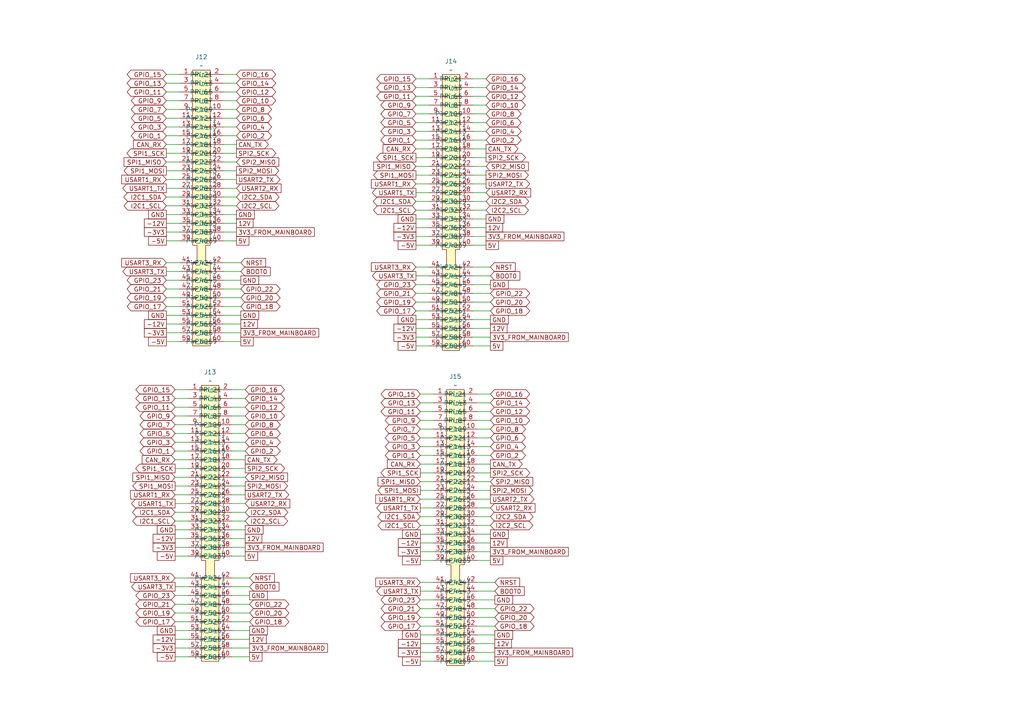
<source format=kicad_sch>
(kicad_sch (version 20250114) (generator "eeschema") (generator_version "9.0")
  (paper "A4")
  (lib_symbols
    (symbol "HardwareDataLogger:ExtenionCardConnector"
      (property "Reference" "J" (at 0 0 0))
      (symbol "ExtenionCardConnector_1_1"
        (polyline (pts (xy -2.54 -2.54) (xy 2.54 -2.54) (xy 2.54 -53.34) (xy 1.27 -53.34) (xy 1.27 -58.42) (xy 2.54 -58.42) (xy 2.54 -82.55) (xy -2.54 -82.55) (xy -2.54 -58.42) (xy -1.27 -58.42) (xy -1.27 -53.34) (xy -2.54 -53.34) (xy -2.54 -2.54)) (fill (type background)))
        (rectangle (start -2.54 -3.683) (end -1.27 -3.937) (stroke (width 0.1524)))
        (rectangle (start -2.54 -6.223) (end -1.27 -6.477) (stroke (width 0.1524)))
        (rectangle (start -2.54 -8.763) (end -1.27 -9.017) (stroke (width 0.1524)))
        (rectangle (start -2.54 -11.303) (end -1.27 -11.557) (stroke (width 0.1524)))
        (rectangle (start -2.54 -13.843) (end -1.27 -14.097) (stroke (width 0.1524)))
        (rectangle (start -2.54 -16.383) (end -1.27 -16.637) (stroke (width 0.1524)))
        (rectangle (start -2.54 -18.923) (end -1.27 -19.177) (stroke (width 0.1524)))
        (rectangle (start -2.54 -21.463) (end -1.27 -21.717) (stroke (width 0.1524)))
        (rectangle (start -2.54 -24.003) (end -1.27 -24.257) (stroke (width 0.1524)))
        (rectangle (start -2.54 -26.543) (end -1.27 -26.797) (stroke (width 0.1524)))
        (rectangle (start -2.54 -29.083) (end -1.27 -29.337) (stroke (width 0.1524)))
        (rectangle (start -2.54 -31.623) (end -1.27 -31.877) (stroke (width 0.1524)))
        (rectangle (start -2.54 -34.163) (end -1.27 -34.417) (stroke (width 0.1524)))
        (rectangle (start -2.54 -36.703) (end -1.27 -36.957) (stroke (width 0.1524)))
        (rectangle (start -2.54 -39.243) (end -1.27 -39.497) (stroke (width 0.1524)))
        (rectangle (start -2.54 -41.783) (end -1.27 -42.037) (stroke (width 0.1524)))
        (rectangle (start -2.54 -44.323) (end -1.27 -44.577) (stroke (width 0.1524)))
        (rectangle (start -2.54 -46.863) (end -1.27 -47.117) (stroke (width 0.1524)))
        (rectangle (start -2.54 -49.403) (end -1.27 -49.657) (stroke (width 0.1524)))
        (rectangle (start -2.54 -51.943) (end -1.27 -52.197) (stroke (width 0.1524)))
        (rectangle (start -2.54 -58.293) (end -1.27 -58.547) (stroke (width 0.1524)))
        (rectangle (start -2.54 -60.833) (end -1.27 -61.087) (stroke (width 0.1524)))
        (rectangle (start -2.54 -63.373) (end -1.27 -63.627) (stroke (width 0.1524)))
        (rectangle (start -2.54 -65.913) (end -1.27 -66.167) (stroke (width 0.1524)))
        (rectangle (start -2.54 -68.453) (end -1.27 -68.707) (stroke (width 0.1524)))
        (rectangle (start -2.54 -70.993) (end -1.27 -71.247) (stroke (width 0.1524)))
        (rectangle (start -2.54 -73.533) (end -1.27 -73.787) (stroke (width 0.1524)))
        (rectangle (start -2.54 -76.073) (end -1.27 -76.327) (stroke (width 0.1524)))
        (rectangle (start -2.54 -78.613) (end -1.27 -78.867) (stroke (width 0.1524)))
        (rectangle (start -2.54 -81.153) (end -1.27 -81.407) (stroke (width 0.1524)))
        (rectangle (start 2.54 -3.683) (end 1.27 -3.937) (stroke (width 0.1524)))
        (rectangle (start 2.54 -6.223) (end 1.27 -6.477) (stroke (width 0.1524)))
        (rectangle (start 2.54 -8.763) (end 1.27 -9.017) (stroke (width 0.1524)))
        (rectangle (start 2.54 -11.303) (end 1.27 -11.557) (stroke (width 0.1524)))
        (rectangle (start 2.54 -13.843) (end 1.27 -14.097) (stroke (width 0.1524)))
        (rectangle (start 2.54 -16.383) (end 1.27 -16.637) (stroke (width 0.1524)))
        (rectangle (start 2.54 -18.923) (end 1.27 -19.177) (stroke (width 0.1524)))
        (rectangle (start 2.54 -21.463) (end 1.27 -21.717) (stroke (width 0.1524)))
        (rectangle (start 2.54 -24.003) (end 1.27 -24.257) (stroke (width 0.1524)))
        (rectangle (start 2.54 -26.543) (end 1.27 -26.797) (stroke (width 0.1524)))
        (rectangle (start 2.54 -29.083) (end 1.27 -29.337) (stroke (width 0.1524)))
        (rectangle (start 2.54 -31.623) (end 1.27 -31.877) (stroke (width 0.1524)))
        (rectangle (start 2.54 -34.163) (end 1.27 -34.417) (stroke (width 0.1524)))
        (rectangle (start 2.54 -36.703) (end 1.27 -36.957) (stroke (width 0.1524)))
        (rectangle (start 2.54 -39.243) (end 1.27 -39.497) (stroke (width 0.1524)))
        (rectangle (start 2.54 -41.783) (end 1.27 -42.037) (stroke (width 0.1524)))
        (rectangle (start 2.54 -44.323) (end 1.27 -44.577) (stroke (width 0.1524)))
        (rectangle (start 2.54 -46.863) (end 1.27 -47.117) (stroke (width 0.1524)))
        (rectangle (start 2.54 -49.403) (end 1.27 -49.657) (stroke (width 0.1524)))
        (rectangle (start 2.54 -51.943) (end 1.27 -52.197) (stroke (width 0.1524)))
        (rectangle (start 2.54 -58.293) (end 1.27 -58.547) (stroke (width 0.1524)))
        (rectangle (start 2.54 -60.833) (end 1.27 -61.087) (stroke (width 0.1524)))
        (rectangle (start 2.54 -63.373) (end 1.27 -63.627) (stroke (width 0.1524)))
        (rectangle (start 2.54 -65.913) (end 1.27 -66.167) (stroke (width 0.1524)))
        (rectangle (start 2.54 -68.453) (end 1.27 -68.707) (stroke (width 0.1524)))
        (rectangle (start 2.54 -70.993) (end 1.27 -71.247) (stroke (width 0.1524)))
        (rectangle (start 2.54 -73.533) (end 1.27 -73.787) (stroke (width 0.1524)))
        (rectangle (start 2.54 -76.073) (end 1.27 -76.327) (stroke (width 0.1524)))
        (rectangle (start 2.54 -78.613) (end 1.27 -78.867) (stroke (width 0.1524)))
        (rectangle (start 2.54 -81.153) (end 1.27 -81.407) (stroke (width 0.1524)))
        (pin passive line (at -6.35 -3.81 0) (length 3.81) (name "Pin_1") (number "1"))
        (pin passive line (at -6.35 -6.35 0) (length 3.81) (name "Pin_3") (number "3"))
        (pin passive line (at -6.35 -8.89 0) (length 3.81) (name "Pin_5") (number "5"))
        (pin passive line (at -6.35 -11.43 0) (length 3.81) (name "Pin_7") (number "7"))
        (pin passive line (at -6.35 -13.97 0) (length 3.81) (name "Pin_9") (number "9"))
        (pin passive line (at -6.35 -16.51 0) (length 3.81) (name "Pin_11") (number "11"))
        (pin passive line (at -6.35 -19.05 0) (length 3.81) (name "Pin_13") (number "13"))
        (pin passive line (at -6.35 -21.59 0) (length 3.81) (name "Pin_15") (number "15"))
        (pin passive line (at -6.35 -24.13 0) (length 3.81) (name "Pin_17") (number "17"))
        (pin passive line (at -6.35 -26.67 0) (length 3.81) (name "Pin_19") (number "19"))
        (pin passive line (at -6.35 -29.21 0) (length 3.81) (name "Pin_21") (number "21"))
        (pin passive line (at -6.35 -31.75 0) (length 3.81) (name "Pin_23") (number "23"))
        (pin passive line (at -6.35 -34.29 0) (length 3.81) (name "Pin_25") (number "25"))
        (pin passive line (at -6.35 -36.83 0) (length 3.81) (name "Pin_27") (number "27"))
        (pin passive line (at -6.35 -39.37 0) (length 3.81) (name "Pin_29") (number "29"))
        (pin passive line (at -6.35 -41.91 0) (length 3.81) (name "Pin_31") (number "31"))
        (pin passive line (at -6.35 -44.45 0) (length 3.81) (name "Pin_33") (number "33"))
        (pin passive line (at -6.35 -46.99 0) (length 3.81) (name "Pin_35") (number "35"))
        (pin passive line (at -6.35 -49.53 0) (length 3.81) (name "Pin_37") (number "37"))
        (pin passive line (at -6.35 -52.07 0) (length 3.81) (name "Pin_39") (number "39"))
        (pin passive line (at -6.35 -58.42 0) (length 3.81) (name "Pin_41") (number "41"))
        (pin passive line (at -6.35 -60.96 0) (length 3.81) (name "Pin_43") (number "43"))
        (pin passive line (at -6.35 -63.5 0) (length 3.81) (name "Pin_45") (number "45"))
        (pin passive line (at -6.35 -66.04 0) (length 3.81) (name "Pin_47") (number "47"))
        (pin passive line (at -6.35 -68.58 0) (length 3.81) (name "Pin_49") (number "49"))
        (pin passive line (at -6.35 -71.12 0) (length 3.81) (name "Pin_51") (number "51"))
        (pin passive line (at -6.35 -73.66 0) (length 3.81) (name "Pin_53") (number "53"))
        (pin passive line (at -6.35 -76.2 0) (length 3.81) (name "Pin_55") (number "55"))
        (pin passive line (at -6.35 -78.74 0) (length 3.81) (name "Pin_57") (number "57"))
        (pin passive line (at -6.35 -81.28 0) (length 3.81) (name "Pin_59") (number "59"))
        (pin passive line (at 6.35 -3.81 180) (length 3.81) (name "Pin_2") (number "2"))
        (pin passive line (at 6.35 -6.35 180) (length 3.81) (name "Pin_4") (number "4"))
        (pin passive line (at 6.35 -8.89 180) (length 3.81) (name "Pin_6") (number "6"))
        (pin passive line (at 6.35 -11.43 180) (length 3.81) (name "Pin_8") (number "8"))
        (pin passive line (at 6.35 -13.97 180) (length 3.81) (name "Pin_10") (number "10"))
        (pin passive line (at 6.35 -16.51 180) (length 3.81) (name "Pin_12") (number "12"))
        (pin passive line (at 6.35 -19.05 180) (length 3.81) (name "Pin_14") (number "14"))
        (pin passive line (at 6.35 -21.59 180) (length 3.81) (name "Pin_16") (number "16"))
        (pin passive line (at 6.35 -24.13 180) (length 3.81) (name "Pin_18") (number "18"))
        (pin passive line (at 6.35 -26.67 180) (length 3.81) (name "Pin_20") (number "20"))
        (pin passive line (at 6.35 -29.21 180) (length 3.81) (name "Pin_22") (number "22"))
        (pin passive line (at 6.35 -31.75 180) (length 3.81) (name "Pin_24") (number "24"))
        (pin passive line (at 6.35 -34.29 180) (length 3.81) (name "Pin_26") (number "26"))
        (pin passive line (at 6.35 -36.83 180) (length 3.81) (name "Pin_28") (number "28"))
        (pin passive line (at 6.35 -39.37 180) (length 3.81) (name "Pin_30") (number "30"))
        (pin passive line (at 6.35 -41.91 180) (length 3.81) (name "Pin_32") (number "32"))
        (pin passive line (at 6.35 -44.45 180) (length 3.81) (name "Pin_34") (number "34"))
        (pin passive line (at 6.35 -46.99 180) (length 3.81) (name "Pin_36") (number "36"))
        (pin passive line (at 6.35 -49.53 180) (length 3.81) (name "Pin_38") (number "38"))
        (pin passive line (at 6.35 -52.07 180) (length 3.81) (name "Pin_40") (number "40"))
        (pin passive line (at 6.35 -58.42 180) (length 3.81) (name "Pin_42") (number "42"))
        (pin passive line (at 6.35 -60.96 180) (length 3.81) (name "Pin_44") (number "44"))
        (pin passive line (at 6.35 -63.5 180) (length 3.81) (name "Pin_46") (number "46"))
        (pin passive line (at 6.35 -66.04 180) (length 3.81) (name "Pin_48") (number "48"))
        (pin passive line (at 6.35 -68.58 180) (length 3.81) (name "Pin_50") (number "50"))
        (pin passive line (at 6.35 -71.12 180) (length 3.81) (name "Pin_52") (number "52"))
        (pin passive line (at 6.35 -73.66 180) (length 3.81) (name "Pin_54") (number "54"))
        (pin passive line (at 6.35 -76.2 180) (length 3.81) (name "Pin_56") (number "56"))
        (pin passive line (at 6.35 -78.74 180) (length 3.81) (name "Pin_58") (number "58"))
        (pin passive line (at 6.35 -81.28 180) (length 3.81) (name "Pin_60") (number "60"))
      )
    )
  )
  (wire (pts (xy 121.92 176.53) (xy 125.73 176.53)))
  (wire (pts (xy 50.8 180.34) (xy 54.61 180.34)))
  (wire (pts (xy 64.77 67.31) (xy 68.58 67.31)))
  (wire (pts (xy 67.31 153.67) (xy 71.12 153.67)))
  (wire (pts (xy 120.65 87.63) (xy 124.46 87.63)))
  (wire (pts (xy 138.43 173.99) (xy 143.51 173.99)))
  (wire (pts (xy 120.65 25.4) (xy 124.46 25.4)))
  (wire (pts (xy 137.16 58.42) (xy 140.97 58.42)))
  (wire (pts (xy 137.16 77.47) (xy 142.24 77.47)))
  (wire (pts (xy 48.26 29.21) (xy 52.07 29.21)))
  (wire (pts (xy 121.92 147.32) (xy 125.73 147.32)))
  (wire (pts (xy 137.16 30.48) (xy 140.97 30.48)))
  (wire (pts (xy 121.92 154.94) (xy 125.73 154.94)))
  (wire (pts (xy 120.65 97.79) (xy 124.46 97.79)))
  (wire (pts (xy 138.43 181.61) (xy 143.51 181.61)))
  (wire (pts (xy 64.77 64.77) (xy 68.58 64.77)))
  (wire (pts (xy 67.31 167.64) (xy 72.39 167.64)))
  (wire (pts (xy 64.77 54.61) (xy 68.58 54.61)))
  (wire (pts (xy 137.16 71.12) (xy 140.97 71.12)))
  (wire (pts (xy 48.26 81.28) (xy 52.07 81.28)))
  (wire (pts (xy 67.31 138.43) (xy 71.12 138.43)))
  (wire (pts (xy 138.43 162.56) (xy 142.24 162.56)))
  (wire (pts (xy 50.8 190.5) (xy 54.61 190.5)))
  (wire (pts (xy 67.31 115.57) (xy 71.12 115.57)))
  (wire (pts (xy 120.65 50.8) (xy 124.46 50.8)))
  (wire (pts (xy 48.26 49.53) (xy 52.07 49.53)))
  (wire (pts (xy 138.43 116.84) (xy 142.24 116.84)))
  (wire (pts (xy 64.77 62.23) (xy 68.58 62.23)))
  (wire (pts (xy 120.65 48.26) (xy 124.46 48.26)))
  (wire (pts (xy 64.77 21.59) (xy 68.58 21.59)))
  (wire (pts (xy 120.65 30.48) (xy 124.46 30.48)))
  (wire (pts (xy 64.77 69.85) (xy 68.58 69.85)))
  (wire (pts (xy 121.92 157.48) (xy 125.73 157.48)))
  (wire (pts (xy 48.26 52.07) (xy 52.07 52.07)))
  (wire (pts (xy 121.92 137.16) (xy 125.73 137.16)))
  (wire (pts (xy 67.31 172.72) (xy 72.39 172.72)))
  (wire (pts (xy 67.31 182.88) (xy 72.39 182.88)))
  (wire (pts (xy 50.8 148.59) (xy 54.61 148.59)))
  (wire (pts (xy 120.65 82.55) (xy 124.46 82.55)))
  (wire (pts (xy 67.31 113.03) (xy 71.12 113.03)))
  (wire (pts (xy 121.92 181.61) (xy 125.73 181.61)))
  (wire (pts (xy 121.92 173.99) (xy 125.73 173.99)))
  (wire (pts (xy 121.92 179.07) (xy 125.73 179.07)))
  (wire (pts (xy 50.8 113.03) (xy 54.61 113.03)))
  (wire (pts (xy 48.26 78.74) (xy 52.07 78.74)))
  (wire (pts (xy 138.43 189.23) (xy 143.51 189.23)))
  (wire (pts (xy 67.31 180.34) (xy 72.39 180.34)))
  (wire (pts (xy 64.77 57.15) (xy 68.58 57.15)))
  (wire (pts (xy 138.43 142.24) (xy 142.24 142.24)))
  (wire (pts (xy 50.8 156.21) (xy 54.61 156.21)))
  (wire (pts (xy 64.77 44.45) (xy 68.58 44.45)))
  (wire (pts (xy 137.16 80.01) (xy 142.24 80.01)))
  (wire (pts (xy 50.8 120.65) (xy 54.61 120.65)))
  (wire (pts (xy 50.8 128.27) (xy 54.61 128.27)))
  (wire (pts (xy 64.77 88.9) (xy 69.85 88.9)))
  (wire (pts (xy 121.92 121.92) (xy 125.73 121.92)))
  (wire (pts (xy 138.43 184.15) (xy 143.51 184.15)))
  (wire (pts (xy 48.26 54.61) (xy 52.07 54.61)))
  (wire (pts (xy 48.26 96.52) (xy 52.07 96.52)))
  (wire (pts (xy 120.65 63.5) (xy 124.46 63.5)))
  (wire (pts (xy 50.8 118.11) (xy 54.61 118.11)))
  (wire (pts (xy 138.43 149.86) (xy 142.24 149.86)))
  (wire (pts (xy 137.16 66.04) (xy 140.97 66.04)))
  (wire (pts (xy 67.31 156.21) (xy 71.12 156.21)))
  (wire (pts (xy 64.77 86.36) (xy 69.85 86.36)))
  (wire (pts (xy 120.65 38.1) (xy 124.46 38.1)))
  (wire (pts (xy 48.26 99.06) (xy 52.07 99.06)))
  (wire (pts (xy 64.77 76.2) (xy 69.85 76.2)))
  (wire (pts (xy 67.31 123.19) (xy 71.12 123.19)))
  (wire (pts (xy 120.65 45.72) (xy 124.46 45.72)))
  (wire (pts (xy 120.65 92.71) (xy 124.46 92.71)))
  (wire (pts (xy 50.8 115.57) (xy 54.61 115.57)))
  (wire (pts (xy 137.16 48.26) (xy 140.97 48.26)))
  (wire (pts (xy 50.8 143.51) (xy 54.61 143.51)))
  (wire (pts (xy 48.26 46.99) (xy 52.07 46.99)))
  (wire (pts (xy 64.77 31.75) (xy 68.58 31.75)))
  (wire (pts (xy 121.92 160.02) (xy 125.73 160.02)))
  (wire (pts (xy 50.8 170.18) (xy 54.61 170.18)))
  (wire (pts (xy 138.43 134.62) (xy 142.24 134.62)))
  (wire (pts (xy 138.43 139.7) (xy 142.24 139.7)))
  (wire (pts (xy 67.31 118.11) (xy 71.12 118.11)))
  (wire (pts (xy 138.43 114.3) (xy 142.24 114.3)))
  (wire (pts (xy 120.65 68.58) (xy 124.46 68.58)))
  (wire (pts (xy 137.16 22.86) (xy 140.97 22.86)))
  (wire (pts (xy 64.77 52.07) (xy 68.58 52.07)))
  (wire (pts (xy 67.31 158.75) (xy 71.12 158.75)))
  (wire (pts (xy 120.65 85.09) (xy 124.46 85.09)))
  (wire (pts (xy 121.92 134.62) (xy 125.73 134.62)))
  (wire (pts (xy 50.8 130.81) (xy 54.61 130.81)))
  (wire (pts (xy 67.31 130.81) (xy 71.12 130.81)))
  (wire (pts (xy 64.77 24.13) (xy 68.58 24.13)))
  (wire (pts (xy 138.43 121.92) (xy 142.24 121.92)))
  (wire (pts (xy 48.26 88.9) (xy 52.07 88.9)))
  (wire (pts (xy 137.16 87.63) (xy 142.24 87.63)))
  (wire (pts (xy 48.26 39.37) (xy 52.07 39.37)))
  (wire (pts (xy 67.31 177.8) (xy 72.39 177.8)))
  (wire (pts (xy 120.65 53.34) (xy 124.46 53.34)))
  (wire (pts (xy 120.65 100.33) (xy 124.46 100.33)))
  (wire (pts (xy 67.31 146.05) (xy 71.12 146.05)))
  (wire (pts (xy 64.77 99.06) (xy 69.85 99.06)))
  (wire (pts (xy 121.92 119.38) (xy 125.73 119.38)))
  (wire (pts (xy 50.8 133.35) (xy 54.61 133.35)))
  (wire (pts (xy 50.8 158.75) (xy 54.61 158.75)))
  (wire (pts (xy 50.8 138.43) (xy 54.61 138.43)))
  (wire (pts (xy 48.26 21.59) (xy 52.07 21.59)))
  (wire (pts (xy 137.16 45.72) (xy 140.97 45.72)))
  (wire (pts (xy 137.16 97.79) (xy 142.24 97.79)))
  (wire (pts (xy 120.65 80.01) (xy 124.46 80.01)))
  (wire (pts (xy 138.43 160.02) (xy 142.24 160.02)))
  (wire (pts (xy 138.43 191.77) (xy 143.51 191.77)))
  (wire (pts (xy 138.43 129.54) (xy 142.24 129.54)))
  (wire (pts (xy 120.65 55.88) (xy 124.46 55.88)))
  (wire (pts (xy 64.77 96.52) (xy 69.85 96.52)))
  (wire (pts (xy 48.26 69.85) (xy 52.07 69.85)))
  (wire (pts (xy 137.16 38.1) (xy 140.97 38.1)))
  (wire (pts (xy 138.43 124.46) (xy 142.24 124.46)))
  (wire (pts (xy 67.31 143.51) (xy 71.12 143.51)))
  (wire (pts (xy 120.65 27.94) (xy 124.46 27.94)))
  (wire (pts (xy 120.65 60.96) (xy 124.46 60.96)))
  (wire (pts (xy 138.43 144.78) (xy 142.24 144.78)))
  (wire (pts (xy 64.77 49.53) (xy 68.58 49.53)))
  (wire (pts (xy 64.77 78.74) (xy 69.85 78.74)))
  (wire (pts (xy 50.8 167.64) (xy 54.61 167.64)))
  (wire (pts (xy 120.65 58.42) (xy 124.46 58.42)))
  (wire (pts (xy 120.65 71.12) (xy 124.46 71.12)))
  (wire (pts (xy 138.43 179.07) (xy 143.51 179.07)))
  (wire (pts (xy 48.26 44.45) (xy 52.07 44.45)))
  (wire (pts (xy 50.8 135.89) (xy 54.61 135.89)))
  (wire (pts (xy 137.16 60.96) (xy 140.97 60.96)))
  (wire (pts (xy 138.43 186.69) (xy 143.51 186.69)))
  (wire (pts (xy 67.31 120.65) (xy 71.12 120.65)))
  (wire (pts (xy 50.8 185.42) (xy 54.61 185.42)))
  (wire (pts (xy 50.8 123.19) (xy 54.61 123.19)))
  (wire (pts (xy 48.26 24.13) (xy 52.07 24.13)))
  (wire (pts (xy 121.92 144.78) (xy 125.73 144.78)))
  (wire (pts (xy 67.31 170.18) (xy 72.39 170.18)))
  (wire (pts (xy 64.77 59.69) (xy 68.58 59.69)))
  (wire (pts (xy 50.8 177.8) (xy 54.61 177.8)))
  (wire (pts (xy 50.8 182.88) (xy 54.61 182.88)))
  (wire (pts (xy 137.16 82.55) (xy 142.24 82.55)))
  (wire (pts (xy 138.43 154.94) (xy 142.24 154.94)))
  (wire (pts (xy 137.16 55.88) (xy 140.97 55.88)))
  (wire (pts (xy 121.92 171.45) (xy 125.73 171.45)))
  (wire (pts (xy 67.31 148.59) (xy 71.12 148.59)))
  (wire (pts (xy 137.16 43.18) (xy 140.97 43.18)))
  (wire (pts (xy 137.16 33.02) (xy 140.97 33.02)))
  (wire (pts (xy 64.77 81.28) (xy 69.85 81.28)))
  (wire (pts (xy 121.92 132.08) (xy 125.73 132.08)))
  (wire (pts (xy 138.43 152.4) (xy 142.24 152.4)))
  (wire (pts (xy 121.92 168.91) (xy 125.73 168.91)))
  (wire (pts (xy 138.43 119.38) (xy 142.24 119.38)))
  (wire (pts (xy 138.43 176.53) (xy 143.51 176.53)))
  (wire (pts (xy 48.26 93.98) (xy 52.07 93.98)))
  (wire (pts (xy 67.31 175.26) (xy 72.39 175.26)))
  (wire (pts (xy 138.43 147.32) (xy 142.24 147.32)))
  (wire (pts (xy 50.8 140.97) (xy 54.61 140.97)))
  (wire (pts (xy 48.26 76.2) (xy 52.07 76.2)))
  (wire (pts (xy 67.31 161.29) (xy 71.12 161.29)))
  (wire (pts (xy 121.92 124.46) (xy 125.73 124.46)))
  (wire (pts (xy 121.92 186.69) (xy 125.73 186.69)))
  (wire (pts (xy 121.92 149.86) (xy 125.73 149.86)))
  (wire (pts (xy 64.77 34.29) (xy 68.58 34.29)))
  (wire (pts (xy 121.92 127) (xy 125.73 127)))
  (wire (pts (xy 137.16 90.17) (xy 142.24 90.17)))
  (wire (pts (xy 50.8 187.96) (xy 54.61 187.96)))
  (wire (pts (xy 138.43 137.16) (xy 142.24 137.16)))
  (wire (pts (xy 48.26 91.44) (xy 52.07 91.44)))
  (wire (pts (xy 50.8 175.26) (xy 54.61 175.26)))
  (wire (pts (xy 120.65 33.02) (xy 124.46 33.02)))
  (wire (pts (xy 67.31 151.13) (xy 71.12 151.13)))
  (wire (pts (xy 121.92 142.24) (xy 125.73 142.24)))
  (wire (pts (xy 67.31 133.35) (xy 71.12 133.35)))
  (wire (pts (xy 138.43 168.91) (xy 143.51 168.91)))
  (wire (pts (xy 67.31 128.27) (xy 71.12 128.27)))
  (wire (pts (xy 48.26 62.23) (xy 52.07 62.23)))
  (wire (pts (xy 121.92 116.84) (xy 125.73 116.84)))
  (wire (pts (xy 50.8 153.67) (xy 54.61 153.67)))
  (wire (pts (xy 121.92 139.7) (xy 125.73 139.7)))
  (wire (pts (xy 120.65 90.17) (xy 124.46 90.17)))
  (wire (pts (xy 120.65 43.18) (xy 124.46 43.18)))
  (wire (pts (xy 48.26 64.77) (xy 52.07 64.77)))
  (wire (pts (xy 137.16 85.09) (xy 142.24 85.09)))
  (wire (pts (xy 64.77 29.21) (xy 68.58 29.21)))
  (wire (pts (xy 137.16 100.33) (xy 142.24 100.33)))
  (wire (pts (xy 137.16 50.8) (xy 140.97 50.8)))
  (wire (pts (xy 138.43 171.45) (xy 143.51 171.45)))
  (wire (pts (xy 137.16 95.25) (xy 142.24 95.25)))
  (wire (pts (xy 137.16 53.34) (xy 140.97 53.34)))
  (wire (pts (xy 121.92 114.3) (xy 125.73 114.3)))
  (wire (pts (xy 137.16 92.71) (xy 142.24 92.71)))
  (wire (pts (xy 50.8 125.73) (xy 54.61 125.73)))
  (wire (pts (xy 121.92 184.15) (xy 125.73 184.15)))
  (wire (pts (xy 48.26 26.67) (xy 52.07 26.67)))
  (wire (pts (xy 120.65 40.64) (xy 124.46 40.64)))
  (wire (pts (xy 67.31 140.97) (xy 71.12 140.97)))
  (wire (pts (xy 121.92 129.54) (xy 125.73 129.54)))
  (wire (pts (xy 121.92 191.77) (xy 125.73 191.77)))
  (wire (pts (xy 48.26 34.29) (xy 52.07 34.29)))
  (wire (pts (xy 137.16 25.4) (xy 140.97 25.4)))
  (wire (pts (xy 64.77 41.91) (xy 68.58 41.91)))
  (wire (pts (xy 120.65 95.25) (xy 124.46 95.25)))
  (wire (pts (xy 50.8 172.72) (xy 54.61 172.72)))
  (wire (pts (xy 50.8 161.29) (xy 54.61 161.29)))
  (wire (pts (xy 121.92 189.23) (xy 125.73 189.23)))
  (wire (pts (xy 48.26 59.69) (xy 52.07 59.69)))
  (wire (pts (xy 120.65 77.47) (xy 124.46 77.47)))
  (wire (pts (xy 138.43 132.08) (xy 142.24 132.08)))
  (wire (pts (xy 48.26 86.36) (xy 52.07 86.36)))
  (wire (pts (xy 64.77 36.83) (xy 68.58 36.83)))
  (wire (pts (xy 120.65 22.86) (xy 124.46 22.86)))
  (wire (pts (xy 137.16 35.56) (xy 140.97 35.56)))
  (wire (pts (xy 64.77 46.99) (xy 68.58 46.99)))
  (wire (pts (xy 121.92 162.56) (xy 125.73 162.56)))
  (wire (pts (xy 67.31 190.5) (xy 72.39 190.5)))
  (wire (pts (xy 64.77 83.82) (xy 69.85 83.82)))
  (wire (pts (xy 48.26 41.91) (xy 52.07 41.91)))
  (wire (pts (xy 67.31 125.73) (xy 71.12 125.73)))
  (wire (pts (xy 120.65 66.04) (xy 124.46 66.04)))
  (wire (pts (xy 67.31 135.89) (xy 71.12 135.89)))
  (wire (pts (xy 137.16 63.5) (xy 140.97 63.5)))
  (wire (pts (xy 64.77 91.44) (xy 69.85 91.44)))
  (wire (pts (xy 138.43 157.48) (xy 142.24 157.48)))
  (wire (pts (xy 48.26 83.82) (xy 52.07 83.82)))
  (wire (pts (xy 137.16 40.64) (xy 140.97 40.64)))
  (wire (pts (xy 64.77 26.67) (xy 68.58 26.67)))
  (wire (pts (xy 48.26 57.15) (xy 52.07 57.15)))
  (wire (pts (xy 67.31 187.96) (xy 72.39 187.96)))
  (wire (pts (xy 67.31 185.42) (xy 72.39 185.42)))
  (wire (pts (xy 48.26 31.75) (xy 52.07 31.75)))
  (wire (pts (xy 137.16 27.94) (xy 140.97 27.94)))
  (wire (pts (xy 50.8 146.05) (xy 54.61 146.05)))
  (wire (pts (xy 48.26 36.83) (xy 52.07 36.83)))
  (wire (pts (xy 120.65 35.56) (xy 124.46 35.56)))
  (wire (pts (xy 50.8 151.13) (xy 54.61 151.13)))
  (wire (pts (xy 121.92 152.4) (xy 125.73 152.4)))
  (wire (pts (xy 137.16 68.58) (xy 140.97 68.58)))
  (wire (pts (xy 48.26 67.31) (xy 52.07 67.31)))
  (wire (pts (xy 64.77 39.37) (xy 68.58 39.37)))
  (wire (pts (xy 138.43 127) (xy 142.24 127)))
  (wire (pts (xy 64.77 93.98) (xy 69.85 93.98)))
  (global_label "I2C2_SCL" (shape bidirectional) (at 68.58 59.69 0) (property "Intersheetrefs" "${INTERSHEET_REFS}" (effects (hide yes))))
  (global_label "GPIO_9" (shape bidirectional) (at 50.8 120.65 180) (property "Intersheetrefs" "${INTERSHEET_REFS}" (effects (hide yes))))
  (global_label "GND" (shape passive) (at 69.85 91.44 0) (property "Intersheetrefs" "${INTERSHEET_REFS}" (effects (hide yes))))
  (global_label "-3V3" (shape passive) (at 48.26 96.52 180) (property "Intersheetrefs" "${INTERSHEET_REFS}" (effects (hide yes))))
  (global_label "GPIO_18" (shape bidirectional) (at 72.39 180.34 0) (property "Intersheetrefs" "${INTERSHEET_REFS}" (effects (hide yes))))
  (global_label "GPIO_4" (shape bidirectional) (at 140.97 38.1 0) (property "Intersheetrefs" "${INTERSHEET_REFS}" (effects (hide yes))))
  (global_label "12V" (shape passive) (at 68.58 64.77 0) (property "Intersheetrefs" "${INTERSHEET_REFS}" (effects (hide yes))))
  (global_label "USART3_TX" (shape output) (at 121.92 171.45 180) (property "Intersheetrefs" "${INTERSHEET_REFS}" (effects (hide yes))))
  (global_label "USART1_TX" (shape output) (at 120.65 55.88 180) (property "Intersheetrefs" "${INTERSHEET_REFS}" (effects (hide yes))))
  (global_label "GPIO_8" (shape bidirectional) (at 71.12 123.19 0) (property "Intersheetrefs" "${INTERSHEET_REFS}" (effects (hide yes))))
  (global_label "I2C1_SDA" (shape bidirectional) (at 121.92 149.86 180) (property "Intersheetrefs" "${INTERSHEET_REFS}" (effects (hide yes))))
  (global_label "SPI2_MOSI" (shape output) (at 142.24 142.24 0) (property "Intersheetrefs" "${INTERSHEET_REFS}" (effects (hide yes))))
  (global_label "-5V" (shape passive) (at 48.26 69.85 180) (property "Intersheetrefs" "${INTERSHEET_REFS}" (effects (hide yes))))
  (global_label "USART3_TX" (shape output) (at 120.65 80.01 180) (property "Intersheetrefs" "${INTERSHEET_REFS}" (effects (hide yes))))
  (global_label "GPIO_22" (shape bidirectional) (at 69.85 83.82 0) (property "Intersheetrefs" "${INTERSHEET_REFS}" (effects (hide yes))))
  (global_label "SPI1_MISO" (shape input) (at 121.92 139.7 180) (property "Intersheetrefs" "${INTERSHEET_REFS}" (effects (hide yes))))
  (global_label "GND" (shape passive) (at 68.58 62.23 0) (property "Intersheetrefs" "${INTERSHEET_REFS}" (effects (hide yes))))
  (global_label "GPIO_21" (shape bidirectional) (at 50.8 175.26 180) (property "Intersheetrefs" "${INTERSHEET_REFS}" (effects (hide yes))))
  (global_label "USART3_RX" (shape input) (at 121.92 168.91 180) (property "Intersheetrefs" "${INTERSHEET_REFS}" (effects (hide yes))))
  (global_label "GPIO_18" (shape bidirectional) (at 143.51 181.61 0) (property "Intersheetrefs" "${INTERSHEET_REFS}" (effects (hide yes))))
  (global_label "12V" (shape passive) (at 72.39 185.42 0) (property "Intersheetrefs" "${INTERSHEET_REFS}" (effects (hide yes))))
  (global_label "GPIO_13" (shape bidirectional) (at 50.8 115.57 180) (property "Intersheetrefs" "${INTERSHEET_REFS}" (effects (hide yes))))
  (global_label "-5V" (shape passive) (at 50.8 190.5 180) (property "Intersheetrefs" "${INTERSHEET_REFS}" (effects (hide yes))))
  (global_label "-12V" (shape passive) (at 120.65 66.04 180) (property "Intersheetrefs" "${INTERSHEET_REFS}" (effects (hide yes))))
  (global_label "SPI1_MOSI" (shape output) (at 121.92 142.24 180) (property "Intersheetrefs" "${INTERSHEET_REFS}" (effects (hide yes))))
  (global_label "NRST" (shape input) (at 69.85 76.2 0) (property "Intersheetrefs" "${INTERSHEET_REFS}" (effects (hide yes))))
  (global_label "USART1_TX" (shape output) (at 121.92 147.32 180) (property "Intersheetrefs" "${INTERSHEET_REFS}" (effects (hide yes))))
  (global_label "GPIO_7" (shape bidirectional) (at 120.65 33.02 180) (property "Intersheetrefs" "${INTERSHEET_REFS}" (effects (hide yes))))
  (global_label "-3V3" (shape passive) (at 50.8 187.96 180) (property "Intersheetrefs" "${INTERSHEET_REFS}" (effects (hide yes))))
  (global_label "I2C2_SDA" (shape bidirectional) (at 140.97 58.42 0) (property "Intersheetrefs" "${INTERSHEET_REFS}" (effects (hide yes))))
  (global_label "GND" (shape passive) (at 120.65 63.5 180) (property "Intersheetrefs" "${INTERSHEET_REFS}" (effects (hide yes))))
  (global_label "3V3_FROM_MAINBOARD" (shape passive) (at 142.24 97.79 0) (property "Intersheetrefs" "${INTERSHEET_REFS}" (effects (hide yes))))
  (global_label "GPIO_17" (shape bidirectional) (at 50.8 180.34 180) (property "Intersheetrefs" "${INTERSHEET_REFS}" (effects (hide yes))))
  (global_label "-12V" (shape passive) (at 120.65 95.25 180) (property "Intersheetrefs" "${INTERSHEET_REFS}" (effects (hide yes))))
  (global_label "12V" (shape passive) (at 69.85 93.98 0) (property "Intersheetrefs" "${INTERSHEET_REFS}" (effects (hide yes))))
  (global_label "GPIO_6" (shape bidirectional) (at 142.24 127 0) (property "Intersheetrefs" "${INTERSHEET_REFS}" (effects (hide yes))))
  (global_label "GPIO_1" (shape bidirectional) (at 121.92 132.08 180) (property "Intersheetrefs" "${INTERSHEET_REFS}" (effects (hide yes))))
  (global_label "GPIO_16" (shape bidirectional) (at 71.12 113.03 0) (property "Intersheetrefs" "${INTERSHEET_REFS}" (effects (hide yes))))
  (global_label "CAN_RX" (shape input) (at 48.26 41.91 180) (property "Intersheetrefs" "${INTERSHEET_REFS}" (effects (hide yes))))
  (global_label "GPIO_21" (shape bidirectional) (at 48.26 83.82 180) (property "Intersheetrefs" "${INTERSHEET_REFS}" (effects (hide yes))))
  (global_label "GPIO_6" (shape bidirectional) (at 68.58 34.29 0) (property "Intersheetrefs" "${INTERSHEET_REFS}" (effects (hide yes))))
  (global_label "GPIO_21" (shape bidirectional) (at 120.65 85.09 180) (property "Intersheetrefs" "${INTERSHEET_REFS}" (effects (hide yes))))
  (global_label "CAN_TX" (shape output) (at 142.24 134.62 0) (property "Intersheetrefs" "${INTERSHEET_REFS}" (effects (hide yes))))
  (global_label "3V3_FROM_MAINBOARD" (shape passive) (at 143.51 189.23 0) (property "Intersheetrefs" "${INTERSHEET_REFS}" (effects (hide yes))))
  (global_label "USART1_RX" (shape input) (at 50.8 143.51 180) (property "Intersheetrefs" "${INTERSHEET_REFS}" (effects (hide yes))))
  (global_label "GPIO_14" (shape bidirectional) (at 68.58 24.13 0) (property "Intersheetrefs" "${INTERSHEET_REFS}" (effects (hide yes))))
  (global_label "CAN_RX" (shape input) (at 50.8 133.35 180) (property "Intersheetrefs" "${INTERSHEET_REFS}" (effects (hide yes))))
  (global_label "SPI2_MOSI" (shape output) (at 140.97 50.8 0) (property "Intersheetrefs" "${INTERSHEET_REFS}" (effects (hide yes))))
  (global_label "USART3_RX" (shape input) (at 48.26 76.2 180) (property "Intersheetrefs" "${INTERSHEET_REFS}" (effects (hide yes))))
  (global_label "12V" (shape passive) (at 142.24 95.25 0) (property "Intersheetrefs" "${INTERSHEET_REFS}" (effects (hide yes))))
  (global_label "GND" (shape passive) (at 69.85 81.28 0) (property "Intersheetrefs" "${INTERSHEET_REFS}" (effects (hide yes))))
  (global_label "GPIO_23" (shape bidirectional) (at 48.26 81.28 180) (property "Intersheetrefs" "${INTERSHEET_REFS}" (effects (hide yes))))
  (global_label "5V" (shape passive) (at 71.12 161.29 0) (property "Intersheetrefs" "${INTERSHEET_REFS}" (effects (hide yes))))
  (global_label "USART3_TX" (shape output) (at 48.26 78.74 180) (property "Intersheetrefs" "${INTERSHEET_REFS}" (effects (hide yes))))
  (global_label "GPIO_2" (shape bidirectional) (at 71.12 130.81 0) (property "Intersheetrefs" "${INTERSHEET_REFS}" (effects (hide yes))))
  (global_label "GPIO_15" (shape bidirectional) (at 48.26 21.59 180) (property "Intersheetrefs" "${INTERSHEET_REFS}" (effects (hide yes))))
  (global_label "GND" (shape passive) (at 140.97 63.5 0) (property "Intersheetrefs" "${INTERSHEET_REFS}" (effects (hide yes))))
  (global_label "GPIO_7" (shape bidirectional) (at 50.8 123.19 180) (property "Intersheetrefs" "${INTERSHEET_REFS}" (effects (hide yes))))
  (global_label "GPIO_19" (shape bidirectional) (at 50.8 177.8 180) (property "Intersheetrefs" "${INTERSHEET_REFS}" (effects (hide yes))))
  (global_label "GND" (shape passive) (at 48.26 91.44 180) (property "Intersheetrefs" "${INTERSHEET_REFS}" (effects (hide yes))))
  (global_label "GPIO_12" (shape bidirectional) (at 68.58 26.67 0) (property "Intersheetrefs" "${INTERSHEET_REFS}" (effects (hide yes))))
  (global_label "GPIO_6" (shape bidirectional) (at 71.12 125.73 0) (property "Intersheetrefs" "${INTERSHEET_REFS}" (effects (hide yes))))
  (global_label "GND" (shape passive) (at 120.65 92.71 180) (property "Intersheetrefs" "${INTERSHEET_REFS}" (effects (hide yes))))
  (global_label "USART1_TX" (shape output) (at 48.26 54.61 180) (property "Intersheetrefs" "${INTERSHEET_REFS}" (effects (hide yes))))
  (global_label "GPIO_17" (shape bidirectional) (at 48.26 88.9 180) (property "Intersheetrefs" "${INTERSHEET_REFS}" (effects (hide yes))))
  (global_label "I2C1_SCL" (shape bidirectional) (at 48.26 59.69 180) (property "Intersheetrefs" "${INTERSHEET_REFS}" (effects (hide yes))))
  (global_label "I2C1_SDA" (shape bidirectional) (at 48.26 57.15 180) (property "Intersheetrefs" "${INTERSHEET_REFS}" (effects (hide yes))))
  (global_label "GPIO_4" (shape bidirectional) (at 71.12 128.27 0) (property "Intersheetrefs" "${INTERSHEET_REFS}" (effects (hide yes))))
  (global_label "GPIO_14" (shape bidirectional) (at 142.24 116.84 0) (property "Intersheetrefs" "${INTERSHEET_REFS}" (effects (hide yes))))
  (global_label "-12V" (shape passive) (at 48.26 93.98 180) (property "Intersheetrefs" "${INTERSHEET_REFS}" (effects (hide yes))))
  (global_label "GPIO_11" (shape bidirectional) (at 50.8 118.11 180) (property "Intersheetrefs" "${INTERSHEET_REFS}" (effects (hide yes))))
  (global_label "GPIO_1" (shape bidirectional) (at 48.26 39.37 180) (property "Intersheetrefs" "${INTERSHEET_REFS}" (effects (hide yes))))
  (global_label "GPIO_15" (shape bidirectional) (at 121.92 114.3 180) (property "Intersheetrefs" "${INTERSHEET_REFS}" (effects (hide yes))))
  (global_label "GND" (shape passive) (at 71.12 153.67 0) (property "Intersheetrefs" "${INTERSHEET_REFS}" (effects (hide yes))))
  (global_label "GPIO_14" (shape bidirectional) (at 140.97 25.4 0) (property "Intersheetrefs" "${INTERSHEET_REFS}" (effects (hide yes))))
  (global_label "-5V" (shape passive) (at 121.92 162.56 180) (property "Intersheetrefs" "${INTERSHEET_REFS}" (effects (hide yes))))
  (global_label "GPIO_13" (shape bidirectional) (at 121.92 116.84 180) (property "Intersheetrefs" "${INTERSHEET_REFS}" (effects (hide yes))))
  (global_label "GPIO_10" (shape bidirectional) (at 140.97 30.48 0) (property "Intersheetrefs" "${INTERSHEET_REFS}" (effects (hide yes))))
  (global_label "GPIO_11" (shape bidirectional) (at 48.26 26.67 180) (property "Intersheetrefs" "${INTERSHEET_REFS}" (effects (hide yes))))
  (global_label "USART2_RX" (shape input) (at 68.58 54.61 0) (property "Intersheetrefs" "${INTERSHEET_REFS}" (effects (hide yes))))
  (global_label "-3V3" (shape passive) (at 121.92 189.23 180) (property "Intersheetrefs" "${INTERSHEET_REFS}" (effects (hide yes))))
  (global_label "GPIO_23" (shape bidirectional) (at 121.92 173.99 180) (property "Intersheetrefs" "${INTERSHEET_REFS}" (effects (hide yes))))
  (global_label "USART2_TX" (shape output) (at 71.12 143.51 0) (property "Intersheetrefs" "${INTERSHEET_REFS}" (effects (hide yes))))
  (global_label "GPIO_10" (shape bidirectional) (at 142.24 121.92 0) (property "Intersheetrefs" "${INTERSHEET_REFS}" (effects (hide yes))))
  (global_label "GPIO_16" (shape bidirectional) (at 68.58 21.59 0) (property "Intersheetrefs" "${INTERSHEET_REFS}" (effects (hide yes))))
  (global_label "GND" (shape passive) (at 142.24 82.55 0) (property "Intersheetrefs" "${INTERSHEET_REFS}" (effects (hide yes))))
  (global_label "GND" (shape passive) (at 142.24 92.71 0) (property "Intersheetrefs" "${INTERSHEET_REFS}" (effects (hide yes))))
  (global_label "I2C2_SDA" (shape bidirectional) (at 142.24 149.86 0) (property "Intersheetrefs" "${INTERSHEET_REFS}" (effects (hide yes))))
  (global_label "GND" (shape passive) (at 48.26 62.23 180) (property "Intersheetrefs" "${INTERSHEET_REFS}" (effects (hide yes))))
  (global_label "SPI1_MISO" (shape input) (at 48.26 46.99 180) (property "Intersheetrefs" "${INTERSHEET_REFS}" (effects (hide yes))))
  (global_label "GPIO_11" (shape bidirectional) (at 121.92 119.38 180) (property "Intersheetrefs" "${INTERSHEET_REFS}" (effects (hide yes))))
  (global_label "GPIO_2" (shape bidirectional) (at 140.97 40.64 0) (property "Intersheetrefs" "${INTERSHEET_REFS}" (effects (hide yes))))
  (global_label "-5V" (shape passive) (at 120.65 71.12 180) (property "Intersheetrefs" "${INTERSHEET_REFS}" (effects (hide yes))))
  (global_label "GPIO_3" (shape bidirectional) (at 120.65 38.1 180) (property "Intersheetrefs" "${INTERSHEET_REFS}" (effects (hide yes))))
  (global_label "GPIO_8" (shape bidirectional) (at 142.24 124.46 0) (property "Intersheetrefs" "${INTERSHEET_REFS}" (effects (hide yes))))
  (global_label "GND" (shape passive) (at 50.8 153.67 180) (property "Intersheetrefs" "${INTERSHEET_REFS}" (effects (hide yes))))
  (global_label "GPIO_14" (shape bidirectional) (at 71.12 115.57 0) (property "Intersheetrefs" "${INTERSHEET_REFS}" (effects (hide yes))))
  (global_label "GPIO_12" (shape bidirectional) (at 140.97 27.94 0) (property "Intersheetrefs" "${INTERSHEET_REFS}" (effects (hide yes))))
  (global_label "-5V" (shape passive) (at 50.8 161.29 180) (property "Intersheetrefs" "${INTERSHEET_REFS}" (effects (hide yes))))
  (global_label "5V" (shape passive) (at 140.97 71.12 0) (property "Intersheetrefs" "${INTERSHEET_REFS}" (effects (hide yes))))
  (global_label "GPIO_20" (shape bidirectional) (at 143.51 179.07 0) (property "Intersheetrefs" "${INTERSHEET_REFS}" (effects (hide yes))))
  (global_label "GPIO_1" (shape bidirectional) (at 120.65 40.64 180) (property "Intersheetrefs" "${INTERSHEET_REFS}" (effects (hide yes))))
  (global_label "I2C1_SDA" (shape bidirectional) (at 50.8 148.59 180) (property "Intersheetrefs" "${INTERSHEET_REFS}" (effects (hide yes))))
  (global_label "3V3_FROM_MAINBOARD" (shape passive) (at 142.24 160.02 0) (property "Intersheetrefs" "${INTERSHEET_REFS}" (effects (hide yes))))
  (global_label "GPIO_16" (shape bidirectional) (at 142.24 114.3 0) (property "Intersheetrefs" "${INTERSHEET_REFS}" (effects (hide yes))))
  (global_label "CAN_TX" (shape output) (at 140.97 43.18 0) (property "Intersheetrefs" "${INTERSHEET_REFS}" (effects (hide yes))))
  (global_label "GPIO_7" (shape bidirectional) (at 121.92 124.46 180) (property "Intersheetrefs" "${INTERSHEET_REFS}" (effects (hide yes))))
  (global_label "GPIO_17" (shape bidirectional) (at 120.65 90.17 180) (property "Intersheetrefs" "${INTERSHEET_REFS}" (effects (hide yes))))
  (global_label "GPIO_6" (shape bidirectional) (at 140.97 35.56 0) (property "Intersheetrefs" "${INTERSHEET_REFS}" (effects (hide yes))))
  (global_label "GND" (shape passive) (at 142.24 154.94 0) (property "Intersheetrefs" "${INTERSHEET_REFS}" (effects (hide yes))))
  (global_label "GND" (shape passive) (at 121.92 154.94 180) (property "Intersheetrefs" "${INTERSHEET_REFS}" (effects (hide yes))))
  (global_label "GPIO_11" (shape bidirectional) (at 120.65 27.94 180) (property "Intersheetrefs" "${INTERSHEET_REFS}" (effects (hide yes))))
  (global_label "SPI1_MISO" (shape input) (at 120.65 48.26 180) (property "Intersheetrefs" "${INTERSHEET_REFS}" (effects (hide yes))))
  (global_label "SPI2_SCK" (shape output) (at 142.24 137.16 0) (property "Intersheetrefs" "${INTERSHEET_REFS}" (effects (hide yes))))
  (global_label "I2C2_SDA" (shape bidirectional) (at 71.12 148.59 0) (property "Intersheetrefs" "${INTERSHEET_REFS}" (effects (hide yes))))
  (global_label "I2C1_SCL" (shape bidirectional) (at 121.92 152.4 180) (property "Intersheetrefs" "${INTERSHEET_REFS}" (effects (hide yes))))
  (global_label "-3V3" (shape passive) (at 50.8 158.75 180) (property "Intersheetrefs" "${INTERSHEET_REFS}" (effects (hide yes))))
  (global_label "BOOT0" (shape input) (at 142.24 80.01 0) (property "Intersheetrefs" "${INTERSHEET_REFS}" (effects (hide yes))))
  (global_label "-12V" (shape passive) (at 50.8 185.42 180) (property "Intersheetrefs" "${INTERSHEET_REFS}" (effects (hide yes))))
  (global_label "SPI1_SCK" (shape output) (at 120.65 45.72 180) (property "Intersheetrefs" "${INTERSHEET_REFS}" (effects (hide yes))))
  (global_label "CAN_TX" (shape output) (at 68.58 41.91 0) (property "Intersheetrefs" "${INTERSHEET_REFS}" (effects (hide yes))))
  (global_label "USART2_RX" (shape input) (at 71.12 146.05 0) (property "Intersheetrefs" "${INTERSHEET_REFS}" (effects (hide yes))))
  (global_label "GPIO_20" (shape bidirectional) (at 69.85 86.36 0) (property "Intersheetrefs" "${INTERSHEET_REFS}" (effects (hide yes))))
  (global_label "GPIO_18" (shape bidirectional) (at 69.85 88.9 0) (property "Intersheetrefs" "${INTERSHEET_REFS}" (effects (hide yes))))
  (global_label "12V" (shape passive) (at 71.12 156.21 0) (property "Intersheetrefs" "${INTERSHEET_REFS}" (effects (hide yes))))
  (global_label "5V" (shape passive) (at 142.24 162.56 0) (property "Intersheetrefs" "${INTERSHEET_REFS}" (effects (hide yes))))
  (global_label "USART3_RX" (shape input) (at 120.65 77.47 180) (property "Intersheetrefs" "${INTERSHEET_REFS}" (effects (hide yes))))
  (global_label "-5V" (shape passive) (at 121.92 191.77 180) (property "Intersheetrefs" "${INTERSHEET_REFS}" (effects (hide yes))))
  (global_label "GPIO_1" (shape bidirectional) (at 50.8 130.81 180) (property "Intersheetrefs" "${INTERSHEET_REFS}" (effects (hide yes))))
  (global_label "12V" (shape passive) (at 140.97 66.04 0) (property "Intersheetrefs" "${INTERSHEET_REFS}" (effects (hide yes))))
  (global_label "SPI1_SCK" (shape output) (at 121.92 137.16 180) (property "Intersheetrefs" "${INTERSHEET_REFS}" (effects (hide yes))))
  (global_label "GPIO_12" (shape bidirectional) (at 71.12 118.11 0) (property "Intersheetrefs" "${INTERSHEET_REFS}" (effects (hide yes))))
  (global_label "USART1_RX" (shape input) (at 48.26 52.07 180) (property "Intersheetrefs" "${INTERSHEET_REFS}" (effects (hide yes))))
  (global_label "SPI1_MOSI" (shape output) (at 120.65 50.8 180) (property "Intersheetrefs" "${INTERSHEET_REFS}" (effects (hide yes))))
  (global_label "NRST" (shape input) (at 142.24 77.47 0) (property "Intersheetrefs" "${INTERSHEET_REFS}" (effects (hide yes))))
  (global_label "GPIO_3" (shape bidirectional) (at 50.8 128.27 180) (property "Intersheetrefs" "${INTERSHEET_REFS}" (effects (hide yes))))
  (global_label "GPIO_13" (shape bidirectional) (at 48.26 24.13 180) (property "Intersheetrefs" "${INTERSHEET_REFS}" (effects (hide yes))))
  (global_label "USART1_RX" (shape input) (at 121.92 144.78 180) (property "Intersheetrefs" "${INTERSHEET_REFS}" (effects (hide yes))))
  (global_label "3V3_FROM_MAINBOARD" (shape passive) (at 140.97 68.58 0) (property "Intersheetrefs" "${INTERSHEET_REFS}" (effects (hide yes))))
  (global_label "GPIO_19" (shape bidirectional) (at 121.92 179.07 180) (property "Intersheetrefs" "${INTERSHEET_REFS}" (effects (hide yes))))
  (global_label "USART3_RX" (shape input) (at 50.8 167.64 180) (property "Intersheetrefs" "${INTERSHEET_REFS}" (effects (hide yes))))
  (global_label "BOOT0" (shape input) (at 69.85 78.74 0) (property "Intersheetrefs" "${INTERSHEET_REFS}" (effects (hide yes))))
  (global_label "-12V" (shape passive) (at 121.92 157.48 180) (property "Intersheetrefs" "${INTERSHEET_REFS}" (effects (hide yes))))
  (global_label "-5V" (shape passive) (at 48.26 99.06 180) (property "Intersheetrefs" "${INTERSHEET_REFS}" (effects (hide yes))))
  (global_label "GND" (shape passive) (at 72.39 172.72 0) (property "Intersheetrefs" "${INTERSHEET_REFS}" (effects (hide yes))))
  (global_label "USART2_RX" (shape input) (at 140.97 55.88 0) (property "Intersheetrefs" "${INTERSHEET_REFS}" (effects (hide yes))))
  (global_label "BOOT0" (shape input) (at 143.51 171.45 0) (property "Intersheetrefs" "${INTERSHEET_REFS}" (effects (hide yes))))
  (global_label "GPIO_8" (shape bidirectional) (at 68.58 31.75 0) (property "Intersheetrefs" "${INTERSHEET_REFS}" (effects (hide yes))))
  (global_label "GND" (shape passive) (at 50.8 182.88 180) (property "Intersheetrefs" "${INTERSHEET_REFS}" (effects (hide yes))))
  (global_label "GPIO_16" (shape bidirectional) (at 140.97 22.86 0) (property "Intersheetrefs" "${INTERSHEET_REFS}" (effects (hide yes))))
  (global_label "USART1_TX" (shape output) (at 50.8 146.05 180) (property "Intersheetrefs" "${INTERSHEET_REFS}" (effects (hide yes))))
  (global_label "SPI2_MISO" (shape input) (at 68.58 46.99 0) (property "Intersheetrefs" "${INTERSHEET_REFS}" (effects (hide yes))))
  (global_label "GPIO_22" (shape bidirectional) (at 143.51 176.53 0) (property "Intersheetrefs" "${INTERSHEET_REFS}" (effects (hide yes))))
  (global_label "GPIO_9" (shape bidirectional) (at 48.26 29.21 180) (property "Intersheetrefs" "${INTERSHEET_REFS}" (effects (hide yes))))
  (global_label "GPIO_9" (shape bidirectional) (at 120.65 30.48 180) (property "Intersheetrefs" "${INTERSHEET_REFS}" (effects (hide yes))))
  (global_label "-3V3" (shape passive) (at 120.65 68.58 180) (property "Intersheetrefs" "${INTERSHEET_REFS}" (effects (hide yes))))
  (global_label "GND" (shape passive) (at 143.51 184.15 0) (property "Intersheetrefs" "${INTERSHEET_REFS}" (effects (hide yes))))
  (global_label "3V3_FROM_MAINBOARD" (shape passive) (at 72.39 187.96 0) (property "Intersheetrefs" "${INTERSHEET_REFS}" (effects (hide yes))))
  (global_label "BOOT0" (shape input) (at 72.39 170.18 0) (property "Intersheetrefs" "${INTERSHEET_REFS}" (effects (hide yes))))
  (global_label "GPIO_10" (shape bidirectional) (at 68.58 29.21 0) (property "Intersheetrefs" "${INTERSHEET_REFS}" (effects (hide yes))))
  (global_label "SPI1_MOSI" (shape output) (at 48.26 49.53 180) (property "Intersheetrefs" "${INTERSHEET_REFS}" (effects (hide yes))))
  (global_label "GND" (shape passive) (at 72.39 182.88 0) (property "Intersheetrefs" "${INTERSHEET_REFS}" (effects (hide yes))))
  (global_label "GPIO_22" (shape bidirectional) (at 142.24 85.09 0) (property "Intersheetrefs" "${INTERSHEET_REFS}" (effects (hide yes))))
  (global_label "USART2_TX" (shape output) (at 140.97 53.34 0) (property "Intersheetrefs" "${INTERSHEET_REFS}" (effects (hide yes))))
  (global_label "SPI2_MISO" (shape input) (at 140.97 48.26 0) (property "Intersheetrefs" "${INTERSHEET_REFS}" (effects (hide yes))))
  (global_label "3V3_FROM_MAINBOARD" (shape passive) (at 68.58 67.31 0) (property "Intersheetrefs" "${INTERSHEET_REFS}" (effects (hide yes))))
  (global_label "GPIO_3" (shape bidirectional) (at 48.26 36.83 180) (property "Intersheetrefs" "${INTERSHEET_REFS}" (effects (hide yes))))
  (global_label "5V" (shape passive) (at 142.24 100.33 0) (property "Intersheetrefs" "${INTERSHEET_REFS}" (effects (hide yes))))
  (global_label "I2C1_SCL" (shape bidirectional) (at 50.8 151.13 180) (property "Intersheetrefs" "${INTERSHEET_REFS}" (effects (hide yes))))
  (global_label "GPIO_5" (shape bidirectional) (at 120.65 35.56 180) (property "Intersheetrefs" "${INTERSHEET_REFS}" (effects (hide yes))))
  (global_label "5V" (shape passive) (at 68.58 69.85 0) (property "Intersheetrefs" "${INTERSHEET_REFS}" (effects (hide yes))))
  (global_label "GPIO_19" (shape bidirectional) (at 120.65 87.63 180) (property "Intersheetrefs" "${INTERSHEET_REFS}" (effects (hide yes))))
  (global_label "GPIO_15" (shape bidirectional) (at 120.65 22.86 180) (property "Intersheetrefs" "${INTERSHEET_REFS}" (effects (hide yes))))
  (global_label "GPIO_2" (shape bidirectional) (at 142.24 132.08 0) (property "Intersheetrefs" "${INTERSHEET_REFS}" (effects (hide yes))))
  (global_label "SPI2_SCK" (shape output) (at 140.97 45.72 0) (property "Intersheetrefs" "${INTERSHEET_REFS}" (effects (hide yes))))
  (global_label "GPIO_4" (shape bidirectional) (at 68.58 36.83 0) (property "Intersheetrefs" "${INTERSHEET_REFS}" (effects (hide yes))))
  (global_label "SPI1_MISO" (shape input) (at 50.8 138.43 180) (property "Intersheetrefs" "${INTERSHEET_REFS}" (effects (hide yes))))
  (global_label "SPI2_MISO" (shape input) (at 71.12 138.43 0) (property "Intersheetrefs" "${INTERSHEET_REFS}" (effects (hide yes))))
  (global_label "USART2_RX" (shape input) (at 142.24 147.32 0) (property "Intersheetrefs" "${INTERSHEET_REFS}" (effects (hide yes))))
  (global_label "I2C2_SDA" (shape bidirectional) (at 68.58 57.15 0) (property "Intersheetrefs" "${INTERSHEET_REFS}" (effects (hide yes))))
  (global_label "CAN_RX" (shape input) (at 121.92 134.62 180) (property "Intersheetrefs" "${INTERSHEET_REFS}" (effects (hide yes))))
  (global_label "SPI2_SCK" (shape output) (at 68.58 44.45 0) (property "Intersheetrefs" "${INTERSHEET_REFS}" (effects (hide yes))))
  (global_label "GPIO_5" (shape bidirectional) (at 121.92 127 180) (property "Intersheetrefs" "${INTERSHEET_REFS}" (effects (hide yes))))
  (global_label "GPIO_3" (shape bidirectional) (at 121.92 129.54 180) (property "Intersheetrefs" "${INTERSHEET_REFS}" (effects (hide yes))))
  (global_label "I2C1_SDA" (shape bidirectional) (at 120.65 58.42 180) (property "Intersheetrefs" "${INTERSHEET_REFS}" (effects (hide yes))))
  (global_label "-3V3" (shape passive) (at 120.65 97.79 180) (property "Intersheetrefs" "${INTERSHEET_REFS}" (effects (hide yes))))
  (global_label "12V" (shape passive) (at 142.24 157.48 0) (property "Intersheetrefs" "${INTERSHEET_REFS}" (effects (hide yes))))
  (global_label "-12V" (shape passive) (at 48.26 64.77 180) (property "Intersheetrefs" "${INTERSHEET_REFS}" (effects (hide yes))))
  (global_label "3V3_FROM_MAINBOARD" (shape passive) (at 69.85 96.52 0) (property "Intersheetrefs" "${INTERSHEET_REFS}" (effects (hide yes))))
  (global_label "CAN_TX" (shape output) (at 71.12 133.35 0) (property "Intersheetrefs" "${INTERSHEET_REFS}" (effects (hide yes))))
  (global_label "SPI2_SCK" (shape output) (at 71.12 135.89 0) (property "Intersheetrefs" "${INTERSHEET_REFS}" (effects (hide yes))))
  (global_label "SPI1_SCK" (shape output) (at 48.26 44.45 180) (property "Intersheetrefs" "${INTERSHEET_REFS}" (effects (hide yes))))
  (global_label "5V" (shape passive) (at 72.39 190.5 0) (property "Intersheetrefs" "${INTERSHEET_REFS}" (effects (hide yes))))
  (global_label "GPIO_15" (shape bidirectional) (at 50.8 113.03 180) (property "Intersheetrefs" "${INTERSHEET_REFS}" (effects (hide yes))))
  (global_label "GPIO_18" (shape bidirectional) (at 142.24 90.17 0) (property "Intersheetrefs" "${INTERSHEET_REFS}" (effects (hide yes))))
  (global_label "GPIO_22" (shape bidirectional) (at 72.39 175.26 0) (property "Intersheetrefs" "${INTERSHEET_REFS}" (effects (hide yes))))
  (global_label "CAN_RX" (shape input) (at 120.65 43.18 180) (property "Intersheetrefs" "${INTERSHEET_REFS}" (effects (hide yes))))
  (global_label "GPIO_23" (shape bidirectional) (at 50.8 172.72 180) (property "Intersheetrefs" "${INTERSHEET_REFS}" (effects (hide yes))))
  (global_label "GPIO_17" (shape bidirectional) (at 121.92 181.61 180) (property "Intersheetrefs" "${INTERSHEET_REFS}" (effects (hide yes))))
  (global_label "GPIO_20" (shape bidirectional) (at 142.24 87.63 0) (property "Intersheetrefs" "${INTERSHEET_REFS}" (effects (hide yes))))
  (global_label "GPIO_9" (shape bidirectional) (at 121.92 121.92 180) (property "Intersheetrefs" "${INTERSHEET_REFS}" (effects (hide yes))))
  (global_label "SPI1_SCK" (shape output) (at 50.8 135.89 180) (property "Intersheetrefs" "${INTERSHEET_REFS}" (effects (hide yes))))
  (global_label "GPIO_5" (shape bidirectional) (at 50.8 125.73 180) (property "Intersheetrefs" "${INTERSHEET_REFS}" (effects (hide yes))))
  (global_label "GPIO_13" (shape bidirectional) (at 120.65 25.4 180) (property "Intersheetrefs" "${INTERSHEET_REFS}" (effects (hide yes))))
  (global_label "GPIO_5" (shape bidirectional) (at 48.26 34.29 180) (property "Intersheetrefs" "${INTERSHEET_REFS}" (effects (hide yes))))
  (global_label "I2C2_SCL" (shape bidirectional) (at 142.24 152.4 0) (property "Intersheetrefs" "${INTERSHEET_REFS}" (effects (hide yes))))
  (global_label "NRST" (shape input) (at 143.51 168.91 0) (property "Intersheetrefs" "${INTERSHEET_REFS}" (effects (hide yes))))
  (global_label "GPIO_23" (shape bidirectional) (at 120.65 82.55 180) (property "Intersheetrefs" "${INTERSHEET_REFS}" (effects (hide yes))))
  (global_label "-12V" (shape passive) (at 121.92 186.69 180) (property "Intersheetrefs" "${INTERSHEET_REFS}" (effects (hide yes))))
  (global_label "SPI2_MOSI" (shape output) (at 68.58 49.53 0) (property "Intersheetrefs" "${INTERSHEET_REFS}" (effects (hide yes))))
  (global_label "GPIO_19" (shape bidirectional) (at 48.26 86.36 180) (property "Intersheetrefs" "${INTERSHEET_REFS}" (effects (hide yes))))
  (global_label "I2C2_SCL" (shape bidirectional) (at 140.97 60.96 0) (property "Intersheetrefs" "${INTERSHEET_REFS}" (effects (hide yes))))
  (global_label "12V" (shape passive) (at 143.51 186.69 0) (property "Intersheetrefs" "${INTERSHEET_REFS}" (effects (hide yes))))
  (global_label "SPI2_MISO" (shape input) (at 142.24 139.7 0) (property "Intersheetrefs" "${INTERSHEET_REFS}" (effects (hide yes))))
  (global_label "GPIO_21" (shape bidirectional) (at 121.92 176.53 180) (property "Intersheetrefs" "${INTERSHEET_REFS}" (effects (hide yes))))
  (global_label "GPIO_10" (shape bidirectional) (at 71.12 120.65 0) (property "Intersheetrefs" "${INTERSHEET_REFS}" (effects (hide yes))))
  (global_label "GPIO_7" (shape bidirectional) (at 48.26 31.75 180) (property "Intersheetrefs" "${INTERSHEET_REFS}" (effects (hide yes))))
  (global_label "GPIO_4" (shape bidirectional) (at 142.24 129.54 0) (property "Intersheetrefs" "${INTERSHEET_REFS}" (effects (hide yes))))
  (global_label "I2C2_SCL" (shape bidirectional) (at 71.12 151.13 0) (property "Intersheetrefs" "${INTERSHEET_REFS}" (effects (hide yes))))
  (global_label "GPIO_8" (shape bidirectional) (at 140.97 33.02 0) (property "Intersheetrefs" "${INTERSHEET_REFS}" (effects (hide yes))))
  (global_label "GND" (shape passive) (at 143.51 173.99 0) (property "Intersheetrefs" "${INTERSHEET_REFS}" (effects (hide yes))))
  (global_label "USART3_TX" (shape output) (at 50.8 170.18 180) (property "Intersheetrefs" "${INTERSHEET_REFS}" (effects (hide yes))))
  (global_label "USART1_RX" (shape input) (at 120.65 53.34 180) (property "Intersheetrefs" "${INTERSHEET_REFS}" (effects (hide yes))))
  (global_label "I2C1_SCL" (shape bidirectional) (at 120.65 60.96 180) (property "Intersheetrefs" "${INTERSHEET_REFS}" (effects (hide yes))))
  (global_label "-3V3" (shape passive) (at 48.26 67.31 180) (property "Intersheetrefs" "${INTERSHEET_REFS}" (effects (hide yes))))
  (global_label "5V" (shape passive) (at 143.51 191.77 0) (property "Intersheetrefs" "${INTERSHEET_REFS}" (effects (hide yes))))
  (global_label "-5V" (shape passive) (at 120.65 100.33 180) (property "Intersheetrefs" "${INTERSHEET_REFS}" (effects (hide yes))))
  (global_label "GPIO_20" (shape bidirectional) (at 72.39 177.8 0) (property "Intersheetrefs" "${INTERSHEET_REFS}" (effects (hide yes))))
  (global_label "3V3_FROM_MAINBOARD" (shape passive) (at 71.12 158.75 0) (property "Intersheetrefs" "${INTERSHEET_REFS}" (effects (hide yes))))
  (global_label "NRST" (shape input) (at 72.39 167.64 0) (property "Intersheetrefs" "${INTERSHEET_REFS}" (effects (hide yes))))
  (global_label "SPI1_MOSI" (shape output) (at 50.8 140.97 180) (property "Intersheetrefs" "${INTERSHEET_REFS}" (effects (hide yes))))
  (global_label "GPIO_12" (shape bidirectional) (at 142.24 119.38 0) (property "Intersheetrefs" "${INTERSHEET_REFS}" (effects (hide yes))))
  (global_label "-12V" (shape passive) (at 50.8 156.21 180) (property "Intersheetrefs" "${INTERSHEET_REFS}" (effects (hide yes))))
  (global_label "GPIO_2" (shape bidirectional) (at 68.58 39.37 0) (property "Intersheetrefs" "${INTERSHEET_REFS}" (effects (hide yes))))
  (global_label "GND" (shape passive) (at 121.92 184.15 180) (property "Intersheetrefs" "${INTERSHEET_REFS}" (effects (hide yes))))
  (global_label "SPI2_MOSI" (shape output) (at 71.12 140.97 0) (property "Intersheetrefs" "${INTERSHEET_REFS}" (effects (hide yes))))
  (global_label "5V" (shape passive) (at 69.85 99.06 0) (property "Intersheetrefs" "${INTERSHEET_REFS}" (effects (hide yes))))
  (global_label "-3V3" (shape passive) (at 121.92 160.02 180) (property "Intersheetrefs" "${INTERSHEET_REFS}" (effects (hide yes))))
  (global_label "USART2_TX" (shape output) (at 142.24 144.78 0) (property "Intersheetrefs" "${INTERSHEET_REFS}" (effects (hide yes))))
  (global_label "USART2_TX" (shape output) (at 68.58 52.07 0) (property "Intersheetrefs" "${INTERSHEET_REFS}" (effects (hide yes))))
  (symbol (lib_id "HardwareDataLogger:ExtenionCardConnector") (at 132.08 110.49 0) (unit 1)
    (property "Reference" "J15" (at 132.08 109.22 0))
    (property "Value" "~" (at 132.08 111.76 0))
    (property "Footprint" "HardwareDataLogger:ExtensionConnector" (effects (hide yes)))
  )
  (symbol (lib_id "HardwareDataLogger:ExtenionCardConnector") (at 58.42 17.78 0) (unit 1)
    (property "Reference" "J12" (at 58.42 16.51 0))
    (property "Value" "~" (at 58.42 19.05 0))
    (property "Footprint" "HardwareDataLogger:ExtensionConnector" (effects (hide yes)))
  )
  (symbol (lib_id "HardwareDataLogger:ExtenionCardConnector") (at 60.96 109.22 0) (unit 1)
    (property "Reference" "J13" (at 60.96 107.95 0))
    (property "Value" "~" (at 60.96 110.49 0))
    (property "Footprint" "HardwareDataLogger:ExtensionConnector" (effects (hide yes)))
  )
  (symbol (lib_id "HardwareDataLogger:ExtenionCardConnector") (at 130.81 19.05 0) (unit 1)
    (property "Reference" "J14" (at 130.81 17.78 0))
    (property "Value" "~" (at 130.81 20.32 0))
    (property "Footprint" "HardwareDataLogger:ExtensionConnector" (effects (hide yes)))
  )
)
</source>
